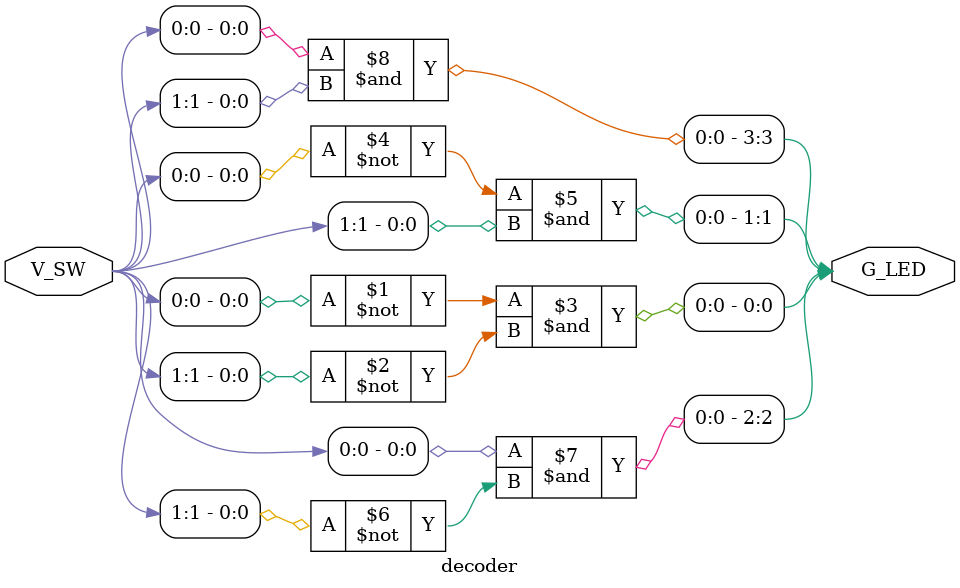
<source format=v>
module decoder(V_SW,G_LED);
input [0:1] V_SW;
output  [0:3] G_LED;
assign G_LED[0]= ~V_SW[0]&~V_SW[1]; 
assign G_LED[1]= ~V_SW[0]&V_SW[1];
assign G_LED[2]=  V_SW[0]&~V_SW[1]; 
assign G_LED[3]=  V_SW[0]&V_SW[1];
endmodule

</source>
